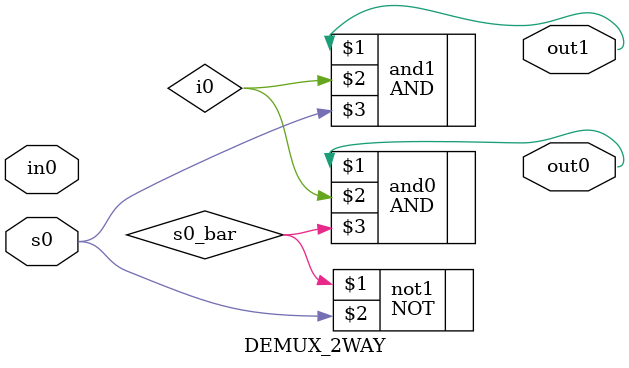
<source format=v>
module DEMUX_2WAY(out0,out1,in0,s0);
input in0,s0;
output out0,out1;
wire s0_bar;
NOT not1(s0_bar,s0);
AND and0(out0,i0,s0_bar);
AND and1(out1,i0,s0);
endmodule

</source>
